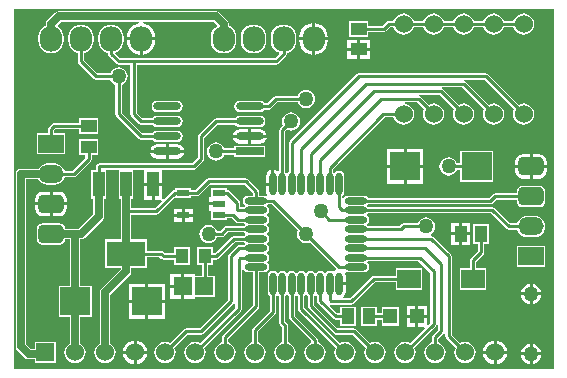
<source format=gtl>
G04 Layer_Physical_Order=1*
G04 Layer_Color=25308*
%FSLAX25Y25*%
%MOIN*%
G70*
G01*
G75*
%ADD10R,0.07874X0.06299*%
%ADD11O,0.02362X0.07677*%
%ADD12O,0.07677X0.02362*%
%ADD13R,0.04331X0.02362*%
%ADD14R,0.12795X0.08465*%
%ADD15R,0.03937X0.08465*%
%ADD16O,0.09252X0.02756*%
%ADD17R,0.09252X0.02756*%
%ADD18R,0.04331X0.05512*%
%ADD19R,0.04528X0.05118*%
%ADD20R,0.05512X0.04331*%
%ADD21R,0.04200X0.05000*%
%ADD22R,0.06102X0.06102*%
%ADD23R,0.10039X0.09646*%
%ADD24C,0.01000*%
%ADD25C,0.02500*%
%ADD26O,0.07500X0.08500*%
%ADD27R,0.08500X0.06000*%
%ADD28O,0.08500X0.06000*%
G04:AMPARAMS|DCode=29|XSize=60mil|YSize=85mil|CornerRadius=15mil|HoleSize=0mil|Usage=FLASHONLY|Rotation=90.000|XOffset=0mil|YOffset=0mil|HoleType=Round|Shape=RoundedRectangle|*
%AMROUNDEDRECTD29*
21,1,0.06000,0.05500,0,0,90.0*
21,1,0.03000,0.08500,0,0,90.0*
1,1,0.03000,0.02750,0.01500*
1,1,0.03000,0.02750,-0.01500*
1,1,0.03000,-0.02750,-0.01500*
1,1,0.03000,-0.02750,0.01500*
%
%ADD29ROUNDEDRECTD29*%
%ADD30C,0.05000*%
%ADD31R,0.06000X0.06000*%
%ADD32C,0.06000*%
G36*
X180000Y119500D02*
Y-0D01*
X0D01*
X0Y0D01*
X-0Y0D01*
Y120000D01*
X180000D01*
X180000Y119500D01*
D02*
G37*
%LPC*%
G36*
X55858Y31551D02*
X52307D01*
Y28000D01*
X55858D01*
Y31551D01*
D02*
G37*
G36*
X158610Y48256D02*
X153280D01*
Y41744D01*
X154925D01*
Y39478D01*
X152409Y36961D01*
X152188Y36630D01*
X152110Y36240D01*
Y33650D01*
X148693D01*
Y26351D01*
X157567D01*
Y33650D01*
X154150D01*
Y35818D01*
X156666Y38334D01*
X156887Y38665D01*
X156965Y39055D01*
Y41744D01*
X158610D01*
Y48256D01*
D02*
G37*
G36*
X148555Y44500D02*
X145890D01*
Y41244D01*
X148555D01*
Y44500D01*
D02*
G37*
G36*
X177250Y41000D02*
X167750D01*
Y34000D01*
X177250D01*
Y41000D01*
D02*
G37*
G36*
X173000Y28464D02*
Y25500D01*
X175964D01*
X175910Y25914D01*
X175557Y26765D01*
X174996Y27496D01*
X174265Y28057D01*
X173414Y28410D01*
X173000Y28464D01*
D02*
G37*
G36*
X50429Y28323D02*
X44910D01*
Y23000D01*
X50429D01*
Y28323D01*
D02*
G37*
G36*
X43909D02*
X38390D01*
Y23000D01*
X43909D01*
Y28323D01*
D02*
G37*
G36*
X172000Y28464D02*
X171586Y28410D01*
X170735Y28057D01*
X170004Y27496D01*
X169443Y26765D01*
X169090Y25914D01*
X169036Y25500D01*
X172000D01*
Y28464D01*
D02*
G37*
G36*
X55858Y27000D02*
X52307D01*
Y23449D01*
X55858D01*
Y27000D01*
D02*
G37*
G36*
X152220Y44500D02*
X149555D01*
Y41244D01*
X152220D01*
Y44500D01*
D02*
G37*
G36*
X56100Y53481D02*
X53435D01*
Y51800D01*
X56100D01*
Y53481D01*
D02*
G37*
G36*
X17799Y54500D02*
X13000D01*
Y50951D01*
X15250D01*
X16226Y51145D01*
X17052Y51698D01*
X17605Y52525D01*
X17799Y53500D01*
Y54500D01*
D02*
G37*
G36*
X12000Y59049D02*
X9750D01*
X8775Y58855D01*
X7948Y58302D01*
X7395Y57476D01*
X7201Y56500D01*
Y55500D01*
X12000D01*
Y59049D01*
D02*
G37*
G36*
X59765Y53481D02*
X57100D01*
Y51800D01*
X59765D01*
Y53481D01*
D02*
G37*
G36*
X12000Y54500D02*
X7201D01*
Y53500D01*
X7395Y52525D01*
X7948Y51698D01*
X8775Y51145D01*
X9750Y50951D01*
X12000D01*
Y54500D01*
D02*
G37*
G36*
X152220Y48756D02*
X149555D01*
Y45500D01*
X152220D01*
Y48756D01*
D02*
G37*
G36*
X148555D02*
X145890D01*
Y45500D01*
X148555D01*
Y48756D01*
D02*
G37*
G36*
X59765Y50800D02*
X57100D01*
Y49119D01*
X59765D01*
Y50800D01*
D02*
G37*
G36*
X56100D02*
X53435D01*
Y49119D01*
X56100D01*
Y50800D01*
D02*
G37*
G36*
X175964Y24500D02*
X173000D01*
Y21536D01*
X173414Y21590D01*
X174265Y21943D01*
X174996Y22504D01*
X175557Y23235D01*
X175910Y24086D01*
X175964Y24500D01*
D02*
G37*
G36*
X172000Y8464D02*
X171586Y8410D01*
X170735Y8057D01*
X170004Y7496D01*
X169443Y6765D01*
X169090Y5914D01*
X169036Y5500D01*
X172000D01*
Y8464D01*
D02*
G37*
G36*
X175964Y4500D02*
X173000D01*
Y1536D01*
X173414Y1590D01*
X174265Y1943D01*
X174996Y2504D01*
X175557Y3235D01*
X175910Y4086D01*
X175964Y4500D01*
D02*
G37*
G36*
X40000Y9469D02*
X39456Y9397D01*
X38483Y8994D01*
X37647Y8353D01*
X37006Y7517D01*
X36603Y6544D01*
X36531Y6000D01*
X40000D01*
Y9469D01*
D02*
G37*
G36*
X173000Y8464D02*
Y5500D01*
X175964D01*
X175910Y5914D01*
X175557Y6765D01*
X174996Y7496D01*
X174265Y8057D01*
X173414Y8410D01*
X173000Y8464D01*
D02*
G37*
G36*
X172000Y4500D02*
X169036D01*
X169090Y4086D01*
X169443Y3235D01*
X170004Y2504D01*
X170735Y1943D01*
X171586Y1590D01*
X172000Y1536D01*
Y4500D01*
D02*
G37*
G36*
X44469Y5000D02*
X41000D01*
Y1531D01*
X41544Y1603D01*
X42517Y2006D01*
X43353Y2647D01*
X43994Y3483D01*
X44397Y4456D01*
X44469Y5000D01*
D02*
G37*
G36*
X40000D02*
X36531D01*
X36603Y4456D01*
X37006Y3483D01*
X37647Y2647D01*
X38483Y2006D01*
X39456Y1603D01*
X40000Y1531D01*
Y5000D01*
D02*
G37*
G36*
X164469D02*
X161000D01*
Y1531D01*
X161544Y1603D01*
X162517Y2006D01*
X163353Y2647D01*
X163994Y3483D01*
X164397Y4456D01*
X164469Y5000D01*
D02*
G37*
G36*
X160000D02*
X156531D01*
X156603Y4456D01*
X157006Y3483D01*
X157647Y2647D01*
X158483Y2006D01*
X159456Y1603D01*
X160000Y1531D01*
Y5000D01*
D02*
G37*
G36*
X41000Y9469D02*
Y6000D01*
X44469D01*
X44397Y6544D01*
X43994Y7517D01*
X43353Y8353D01*
X42517Y8994D01*
X41544Y9397D01*
X41000Y9469D01*
D02*
G37*
G36*
X133929Y21059D02*
X131165D01*
Y18000D01*
X133929D01*
Y21059D01*
D02*
G37*
G36*
X50429Y22000D02*
X44910D01*
Y16677D01*
X50429D01*
Y22000D01*
D02*
G37*
G36*
X172000Y24500D02*
X169036D01*
X169090Y24086D01*
X169443Y23235D01*
X170004Y22504D01*
X170735Y21943D01*
X171586Y21590D01*
X172000Y21536D01*
Y24500D01*
D02*
G37*
G36*
X137693Y21059D02*
X134929D01*
Y18000D01*
X137693D01*
Y21059D01*
D02*
G37*
G36*
X43909Y22000D02*
X38390D01*
Y16677D01*
X43909D01*
Y22000D01*
D02*
G37*
G36*
X161000Y9469D02*
Y6000D01*
X164469D01*
X164397Y6544D01*
X163994Y7517D01*
X163353Y8353D01*
X162517Y8994D01*
X161544Y9397D01*
X161000Y9469D01*
D02*
G37*
G36*
X160000D02*
X159456Y9397D01*
X158483Y8994D01*
X157647Y8353D01*
X157006Y7517D01*
X156603Y6544D01*
X156531Y6000D01*
X160000D01*
Y9469D01*
D02*
G37*
G36*
X121110Y20756D02*
X115780D01*
Y14244D01*
X121110D01*
Y16480D01*
X122807D01*
Y14441D01*
X128335D01*
Y20559D01*
X122807D01*
Y18520D01*
X121110D01*
Y20756D01*
D02*
G37*
G36*
X133929Y17000D02*
X131165D01*
Y13941D01*
X133929D01*
Y17000D01*
D02*
G37*
G36*
X15250Y59049D02*
X13000D01*
Y55500D01*
X17799D01*
Y56500D01*
X17605Y57476D01*
X17052Y58302D01*
X16226Y58855D01*
X15250Y59049D01*
D02*
G37*
G36*
X114500Y106055D02*
X111244D01*
Y103390D01*
X114500D01*
Y106055D01*
D02*
G37*
G36*
X97500Y93026D02*
X96717Y92923D01*
X95987Y92621D01*
X95360Y92140D01*
X94880Y91513D01*
X94675Y91020D01*
X87500D01*
X87110Y90942D01*
X86779Y90721D01*
X84578Y88520D01*
X83605D01*
X83381Y88854D01*
X82760Y89269D01*
X82028Y89415D01*
X75532D01*
X74799Y89269D01*
X74178Y88854D01*
X73763Y88233D01*
X73617Y87500D01*
X73763Y86767D01*
X74178Y86146D01*
X74799Y85731D01*
X75532Y85585D01*
X82028D01*
X82760Y85731D01*
X83381Y86146D01*
X83605Y86480D01*
X85000D01*
X85390Y86558D01*
X85721Y86779D01*
X87922Y88981D01*
X94675D01*
X94880Y88487D01*
X95360Y87860D01*
X95987Y87379D01*
X96717Y87077D01*
X97500Y86974D01*
X98283Y87077D01*
X99013Y87379D01*
X99640Y87860D01*
X100121Y88487D01*
X100423Y89217D01*
X100526Y90000D01*
X100423Y90783D01*
X100121Y91513D01*
X99640Y92140D01*
X99013Y92621D01*
X98283Y92923D01*
X97500Y93026D01*
D02*
G37*
G36*
X118756Y106055D02*
X115500D01*
Y103390D01*
X118756D01*
Y106055D01*
D02*
G37*
G36*
X42000Y109500D02*
X37709D01*
X37872Y108260D01*
X38351Y107105D01*
X39112Y106112D01*
X40105Y105351D01*
X41260Y104872D01*
X42000Y104775D01*
Y109500D01*
D02*
G37*
G36*
X90000Y114787D02*
X88891Y114641D01*
X87857Y114212D01*
X86969Y113531D01*
X86288Y112643D01*
X85859Y111609D01*
X85713Y110500D01*
Y109500D01*
X85859Y108391D01*
X86288Y107357D01*
X86969Y106469D01*
X87857Y105788D01*
X88410Y105559D01*
X88527Y104969D01*
X87078Y103520D01*
X35422D01*
X33973Y104969D01*
X34091Y105559D01*
X34643Y105788D01*
X35531Y106469D01*
X36212Y107357D01*
X36641Y108391D01*
X36787Y109500D01*
Y110500D01*
X36641Y111609D01*
X36212Y112643D01*
X35531Y113531D01*
X34643Y114212D01*
X33610Y114641D01*
X32500Y114787D01*
X31391Y114641D01*
X30357Y114212D01*
X29469Y113531D01*
X28788Y112643D01*
X28359Y111609D01*
X28213Y110500D01*
Y109500D01*
X28359Y108391D01*
X28788Y107357D01*
X29469Y106469D01*
X30357Y105788D01*
X31391Y105359D01*
X31481Y105348D01*
Y105000D01*
X31558Y104610D01*
X31779Y104279D01*
X34279Y101779D01*
X34610Y101558D01*
X35000Y101480D01*
X38980D01*
Y85000D01*
X39058Y84610D01*
X39279Y84279D01*
X41779Y81779D01*
X42110Y81558D01*
X42500Y81480D01*
X46395D01*
X46619Y81146D01*
X47240Y80731D01*
X47973Y80585D01*
X54469D01*
X55201Y80731D01*
X55822Y81146D01*
X56238Y81767D01*
X56383Y82500D01*
X56238Y83233D01*
X55822Y83854D01*
X55201Y84269D01*
X54469Y84415D01*
X47973D01*
X47240Y84269D01*
X46619Y83854D01*
X46395Y83520D01*
X42922D01*
X41020Y85422D01*
Y101480D01*
X87500D01*
X87890Y101558D01*
X88221Y101779D01*
X90721Y104279D01*
X90942Y104610D01*
X91020Y105000D01*
Y105348D01*
X91110Y105359D01*
X92143Y105788D01*
X93031Y106469D01*
X93712Y107357D01*
X94141Y108391D01*
X94287Y109500D01*
Y110500D01*
X94141Y111609D01*
X93712Y112643D01*
X93031Y113531D01*
X92143Y114212D01*
X91110Y114641D01*
X90000Y114787D01*
D02*
G37*
G36*
X82028Y79925D02*
X79280D01*
Y78000D01*
X84353D01*
X84268Y78428D01*
X83742Y79215D01*
X82955Y79740D01*
X82028Y79925D01*
D02*
G37*
G36*
X78280D02*
X75532D01*
X74604Y79740D01*
X73817Y79215D01*
X73292Y78428D01*
X73207Y78000D01*
X78280D01*
Y79925D01*
D02*
G37*
G36*
X28256Y83610D02*
X21744D01*
Y81964D01*
X13445D01*
X13055Y81887D01*
X12724Y81666D01*
X11779Y80721D01*
X11558Y80390D01*
X11480Y80000D01*
Y78500D01*
X7750D01*
Y71500D01*
X17250D01*
Y78500D01*
X13520D01*
Y79578D01*
X13867Y79925D01*
X21744D01*
Y78280D01*
X28256D01*
Y83610D01*
D02*
G37*
G36*
X54469Y89415D02*
X47973D01*
X47240Y89269D01*
X46619Y88854D01*
X46204Y88233D01*
X46058Y87500D01*
X46204Y86767D01*
X46619Y86146D01*
X47240Y85731D01*
X47973Y85585D01*
X54469D01*
X55201Y85731D01*
X55822Y86146D01*
X56238Y86767D01*
X56383Y87500D01*
X56238Y88233D01*
X55822Y88854D01*
X55201Y89269D01*
X54469Y89415D01*
D02*
G37*
G36*
X157500Y98520D02*
X115000D01*
X114610Y98442D01*
X114279Y98221D01*
X92055Y75997D01*
X91834Y75666D01*
X91756Y75276D01*
Y65632D01*
X91564Y65503D01*
X91495Y65401D01*
X90987Y65370D01*
X90646Y65708D01*
Y79204D01*
X91224Y79782D01*
X91717Y79577D01*
X92500Y79474D01*
X93283Y79577D01*
X94013Y79879D01*
X94640Y80360D01*
X95121Y80987D01*
X95423Y81717D01*
X95526Y82500D01*
X95423Y83283D01*
X95121Y84013D01*
X94640Y84640D01*
X94013Y85121D01*
X93283Y85423D01*
X92500Y85526D01*
X91717Y85423D01*
X90987Y85121D01*
X90360Y84640D01*
X89880Y84013D01*
X89577Y83283D01*
X89474Y82500D01*
X89577Y81717D01*
X89782Y81223D01*
X88905Y80347D01*
X88684Y80016D01*
X88606Y79626D01*
Y65930D01*
X88161Y65794D01*
X88074Y65826D01*
X88049Y65864D01*
X87327Y66346D01*
X86976Y66416D01*
Y61634D01*
X86476D01*
Y61134D01*
X84253D01*
Y58976D01*
X84422Y58125D01*
X84517Y57983D01*
X84213Y57645D01*
X84165Y57610D01*
X83524Y57738D01*
X81886D01*
Y59134D01*
X81808Y59524D01*
X81587Y59855D01*
X78221Y63221D01*
X77890Y63442D01*
X77500Y63520D01*
X65000D01*
X64610Y63442D01*
X64279Y63221D01*
X60778Y59720D01*
X59265D01*
Y60381D01*
X53935D01*
Y59720D01*
X53700D01*
X53310Y59642D01*
X52979Y59421D01*
X50024Y56466D01*
X49524Y56673D01*
Y61036D01*
X47055D01*
Y56303D01*
X49154D01*
X49361Y55803D01*
X47078Y53520D01*
X39284D01*
Y56803D01*
X39968D01*
Y65980D01*
X39969Y66268D01*
X40380Y66480D01*
X40380Y66480D01*
X43587D01*
Y62036D01*
X49524D01*
Y66480D01*
X60000D01*
X60390Y66558D01*
X60721Y66779D01*
X63221Y69279D01*
X63442Y69610D01*
X63520Y70000D01*
Y77078D01*
X67922Y81480D01*
X73954D01*
X74178Y81146D01*
X74799Y80731D01*
X75532Y80585D01*
X82028D01*
X82760Y80731D01*
X83381Y81146D01*
X83797Y81767D01*
X83942Y82500D01*
X83797Y83233D01*
X83381Y83854D01*
X82760Y84269D01*
X82028Y84415D01*
X75532D01*
X74799Y84269D01*
X74178Y83854D01*
X73954Y83520D01*
X67500D01*
X67110Y83442D01*
X66779Y83221D01*
X61779Y78221D01*
X61558Y77890D01*
X61480Y77500D01*
Y70422D01*
X59578Y68520D01*
X28445D01*
X28055Y68442D01*
X27724Y68221D01*
X27503Y67890D01*
X27425Y67500D01*
Y66268D01*
X25976D01*
Y56803D01*
X26661D01*
Y51684D01*
X21761Y46784D01*
X17233D01*
X17134Y47280D01*
X16692Y47942D01*
X16030Y48384D01*
X15250Y48539D01*
X9750D01*
X8970Y48384D01*
X8308Y47942D01*
X7866Y47280D01*
X7711Y46500D01*
Y43500D01*
X7866Y42720D01*
X8308Y42058D01*
X8970Y41616D01*
X9750Y41461D01*
X15250D01*
X16030Y41616D01*
X16692Y42058D01*
X17134Y42720D01*
X17233Y43216D01*
X18716D01*
Y27823D01*
X15071D01*
Y17177D01*
X18716D01*
Y8543D01*
X18004Y7996D01*
X17443Y7265D01*
X17090Y6414D01*
X16970Y5500D01*
X17090Y4586D01*
X17443Y3735D01*
X18004Y3004D01*
X18735Y2443D01*
X19586Y2090D01*
X20500Y1970D01*
X21414Y2090D01*
X22265Y2443D01*
X22996Y3004D01*
X23557Y3735D01*
X23910Y4586D01*
X24030Y5500D01*
X23910Y6414D01*
X23557Y7265D01*
X22996Y7996D01*
X22284Y8543D01*
Y17177D01*
X26110D01*
Y27823D01*
X22284D01*
Y43216D01*
X22500D01*
X23183Y43352D01*
X23762Y43738D01*
X29707Y49683D01*
X30093Y50262D01*
X30229Y50945D01*
X30229Y50945D01*
Y56803D01*
X30913D01*
Y66268D01*
X31325Y66480D01*
X34620D01*
X35032Y66268D01*
X35032Y65980D01*
Y56803D01*
X35716D01*
Y52500D01*
Y43197D01*
X30602D01*
Y33732D01*
X35699D01*
X35709Y33232D01*
X29238Y26762D01*
X28852Y26183D01*
X28716Y25500D01*
Y8543D01*
X28004Y7996D01*
X27443Y7265D01*
X27090Y6414D01*
X26970Y5500D01*
X27090Y4586D01*
X27443Y3735D01*
X28004Y3004D01*
X28735Y2443D01*
X29586Y2090D01*
X30500Y1970D01*
X31414Y2090D01*
X32265Y2443D01*
X32996Y3004D01*
X33557Y3735D01*
X33910Y4586D01*
X34030Y5500D01*
X33910Y6414D01*
X33557Y7265D01*
X32996Y7996D01*
X32284Y8543D01*
Y24761D01*
X38762Y31238D01*
X38762Y31238D01*
X39149Y31817D01*
X39284Y32500D01*
Y33732D01*
X44398D01*
Y37445D01*
X48613D01*
X49279Y36779D01*
X49610Y36558D01*
X50000Y36481D01*
X53573D01*
Y34500D01*
X58773D01*
Y40500D01*
X53573D01*
Y38520D01*
X50422D01*
X49757Y39186D01*
X49426Y39407D01*
X49036Y39484D01*
X44398D01*
Y43197D01*
X39284D01*
Y51481D01*
X47500D01*
X47890Y51558D01*
X48221Y51779D01*
X53466Y57024D01*
X53935Y57019D01*
Y57019D01*
X53935Y57019D01*
X59265D01*
Y57680D01*
X61200D01*
X61590Y57758D01*
X61921Y57979D01*
X65422Y61480D01*
X77078D01*
X79847Y58712D01*
Y57738D01*
X78209D01*
X77553Y57607D01*
X76997Y57236D01*
X76625Y56680D01*
X76495Y56024D01*
X76625Y55368D01*
X76997Y54812D01*
X77099Y54743D01*
X77130Y54235D01*
X76792Y53894D01*
X75646D01*
Y55374D01*
X75568Y55764D01*
X75347Y56095D01*
X72021Y59421D01*
X71690Y59642D01*
X71300Y59720D01*
X71065D01*
Y60381D01*
X65735D01*
Y57181D01*
X65235D01*
Y55500D01*
X68400D01*
Y54500D01*
X65235D01*
Y52819D01*
X65735D01*
Y49619D01*
X71065D01*
Y50280D01*
X72727D01*
X74003Y49003D01*
X74334Y48783D01*
X74725Y48705D01*
X76868D01*
X76997Y48513D01*
X77099Y48444D01*
X77130Y47936D01*
X76792Y47594D01*
X70925D01*
X70535Y47517D01*
X70204Y47296D01*
X68928Y46020D01*
X67825D01*
X67621Y46513D01*
X67140Y47140D01*
X66513Y47620D01*
X65783Y47923D01*
X65000Y48026D01*
X64217Y47923D01*
X63487Y47620D01*
X62860Y47140D01*
X62379Y46513D01*
X62077Y45783D01*
X61974Y45000D01*
X62077Y44217D01*
X62379Y43487D01*
X62860Y42860D01*
X63487Y42380D01*
X64217Y42077D01*
X65000Y41974D01*
X65783Y42077D01*
X66513Y42380D01*
X67140Y42860D01*
X67621Y43487D01*
X67825Y43981D01*
X69350D01*
X69741Y44058D01*
X70071Y44279D01*
X71348Y45555D01*
X76868D01*
X76997Y45363D01*
X77099Y45295D01*
X77130Y44786D01*
X76792Y44445D01*
X73425D01*
X73035Y44367D01*
X72704Y44146D01*
X67078Y38520D01*
X66427D01*
Y40500D01*
X61227D01*
Y34500D01*
X62807D01*
Y31051D01*
X60409D01*
Y31551D01*
X56858D01*
Y27500D01*
Y23449D01*
X60409D01*
Y23949D01*
X67193D01*
Y31051D01*
X64846D01*
Y34500D01*
X66427D01*
Y36481D01*
X67500D01*
X67890Y36558D01*
X68221Y36779D01*
X73848Y42406D01*
X76868D01*
X76997Y42213D01*
X77099Y42145D01*
X77130Y41636D01*
X76792Y41295D01*
X75276D01*
X74885Y41218D01*
X74555Y40997D01*
X71779Y38221D01*
X71558Y37890D01*
X71481Y37500D01*
Y22922D01*
X62078Y13520D01*
X57500D01*
X57110Y13442D01*
X56779Y13221D01*
X52159Y8601D01*
X51414Y8910D01*
X50500Y9030D01*
X49586Y8910D01*
X48735Y8557D01*
X48004Y7996D01*
X47443Y7265D01*
X47090Y6414D01*
X46970Y5500D01*
X47090Y4586D01*
X47443Y3735D01*
X48004Y3004D01*
X48735Y2443D01*
X49586Y2090D01*
X50500Y1970D01*
X51414Y2090D01*
X52265Y2443D01*
X52996Y3004D01*
X53557Y3735D01*
X53910Y4586D01*
X54030Y5500D01*
X53910Y6414D01*
X53601Y7159D01*
X57922Y11480D01*
X62500D01*
X62890Y11558D01*
X63221Y11779D01*
X73221Y21779D01*
X73442Y22110D01*
X73480Y22303D01*
X73980Y22254D01*
Y20422D01*
X62159Y8601D01*
X61414Y8910D01*
X60500Y9030D01*
X59586Y8910D01*
X58735Y8557D01*
X58004Y7996D01*
X57443Y7265D01*
X57090Y6414D01*
X56970Y5500D01*
X57090Y4586D01*
X57443Y3735D01*
X58004Y3004D01*
X58735Y2443D01*
X59586Y2090D01*
X60500Y1970D01*
X61414Y2090D01*
X62265Y2443D01*
X62996Y3004D01*
X63557Y3735D01*
X63910Y4586D01*
X64030Y5500D01*
X63910Y6414D01*
X63601Y7159D01*
X75721Y19279D01*
X75942Y19610D01*
X76020Y20000D01*
Y33649D01*
X76040Y33674D01*
X76044Y33679D01*
X76459Y33642D01*
X76570Y33598D01*
X76625Y33321D01*
X76997Y32764D01*
X77553Y32393D01*
X78209Y32262D01*
X79847D01*
Y21289D01*
X69779Y11221D01*
X69558Y10890D01*
X69481Y10500D01*
Y8866D01*
X68735Y8557D01*
X68004Y7996D01*
X67443Y7265D01*
X67090Y6414D01*
X66970Y5500D01*
X67090Y4586D01*
X67443Y3735D01*
X68004Y3004D01*
X68735Y2443D01*
X69586Y2090D01*
X70500Y1970D01*
X71414Y2090D01*
X72265Y2443D01*
X72996Y3004D01*
X73557Y3735D01*
X73910Y4586D01*
X74030Y5500D01*
X73910Y6414D01*
X73557Y7265D01*
X72996Y7996D01*
X72265Y8557D01*
X71520Y8866D01*
Y10078D01*
X81587Y20145D01*
X81808Y20476D01*
X81886Y20866D01*
Y32262D01*
X83524D01*
X84180Y32393D01*
X84736Y32764D01*
X85107Y33321D01*
X85238Y33976D01*
X85107Y34632D01*
X84736Y35188D01*
X84567Y35301D01*
Y35801D01*
X84736Y35914D01*
X85107Y36470D01*
X85238Y37126D01*
X85107Y37782D01*
X84736Y38338D01*
X84567Y38451D01*
Y38951D01*
X84736Y39064D01*
X85107Y39620D01*
X85238Y40276D01*
X85107Y40932D01*
X84736Y41488D01*
X84567Y41600D01*
Y42101D01*
X84736Y42213D01*
X85107Y42769D01*
X85238Y43425D01*
X85107Y44081D01*
X84736Y44637D01*
X84567Y44750D01*
Y45250D01*
X84736Y45363D01*
X85107Y45919D01*
X85238Y46575D01*
X85107Y47231D01*
X84736Y47787D01*
X84567Y47900D01*
Y48400D01*
X84736Y48513D01*
X85107Y49068D01*
X85238Y49725D01*
X85107Y50380D01*
X84736Y50937D01*
X84567Y51049D01*
Y51549D01*
X84736Y51662D01*
X85107Y52218D01*
X85238Y52874D01*
X85107Y53530D01*
X84736Y54086D01*
X84634Y54154D01*
X84602Y54663D01*
X84940Y55004D01*
X86054D01*
X94782Y46277D01*
X94577Y45783D01*
X94474Y45000D01*
X94577Y44217D01*
X94880Y43487D01*
X95360Y42860D01*
X95987Y42380D01*
X96717Y42077D01*
X97500Y41974D01*
X98283Y42077D01*
X98777Y42282D01*
X107524Y33534D01*
X107533Y33505D01*
X107433Y32918D01*
X106951Y32596D01*
X106926Y32558D01*
X106256Y32456D01*
X106030Y32607D01*
X105374Y32738D01*
X104718Y32607D01*
X104162Y32236D01*
X104049Y32067D01*
X103549D01*
X103437Y32236D01*
X102880Y32607D01*
X102225Y32738D01*
X101568Y32607D01*
X101013Y32236D01*
X100900Y32067D01*
X100400D01*
X100287Y32236D01*
X99731Y32607D01*
X99075Y32738D01*
X98419Y32607D01*
X97863Y32236D01*
X97750Y32067D01*
X97250D01*
X97137Y32236D01*
X96581Y32607D01*
X95925Y32738D01*
X95269Y32607D01*
X94713Y32236D01*
X94600Y32067D01*
X94100D01*
X93988Y32236D01*
X93432Y32607D01*
X92776Y32738D01*
X92120Y32607D01*
X91564Y32236D01*
X91451Y32067D01*
X90951D01*
X90838Y32236D01*
X90282Y32607D01*
X89626Y32738D01*
X88970Y32607D01*
X88414Y32236D01*
X88301Y32067D01*
X87801D01*
X87688Y32236D01*
X87132Y32607D01*
X86476Y32738D01*
X85821Y32607D01*
X85264Y32236D01*
X84893Y31680D01*
X84762Y31024D01*
Y25709D01*
X84893Y25053D01*
X85264Y24497D01*
X85457Y24368D01*
Y19399D01*
X79779Y13721D01*
X79558Y13390D01*
X79480Y13000D01*
Y8866D01*
X78735Y8557D01*
X78004Y7996D01*
X77443Y7265D01*
X77090Y6414D01*
X76970Y5500D01*
X77090Y4586D01*
X77443Y3735D01*
X78004Y3004D01*
X78735Y2443D01*
X79586Y2090D01*
X80500Y1970D01*
X81414Y2090D01*
X82265Y2443D01*
X82996Y3004D01*
X83557Y3735D01*
X83910Y4586D01*
X84030Y5500D01*
X83910Y6414D01*
X83557Y7265D01*
X82996Y7996D01*
X82265Y8557D01*
X81520Y8866D01*
Y12578D01*
X87197Y18256D01*
X87418Y18586D01*
X87496Y18976D01*
Y24368D01*
X87688Y24497D01*
X87757Y24599D01*
X88265Y24630D01*
X88606Y24292D01*
Y15374D01*
X88684Y14984D01*
X88905Y14653D01*
X89481Y14078D01*
Y8866D01*
X88735Y8557D01*
X88004Y7996D01*
X87443Y7265D01*
X87090Y6414D01*
X86970Y5500D01*
X87090Y4586D01*
X87443Y3735D01*
X88004Y3004D01*
X88735Y2443D01*
X89586Y2090D01*
X90500Y1970D01*
X91414Y2090D01*
X92265Y2443D01*
X92996Y3004D01*
X93557Y3735D01*
X93910Y4586D01*
X94030Y5500D01*
X93910Y6414D01*
X93557Y7265D01*
X92996Y7996D01*
X92265Y8557D01*
X91520Y8866D01*
Y14500D01*
X91442Y14890D01*
X91221Y15221D01*
X90646Y15796D01*
Y24368D01*
X90838Y24497D01*
X90906Y24599D01*
X91415Y24630D01*
X91756Y24292D01*
Y17224D01*
X91834Y16834D01*
X92055Y16503D01*
X99247Y9311D01*
X99132Y8722D01*
X98735Y8557D01*
X98004Y7996D01*
X97443Y7265D01*
X97090Y6414D01*
X96970Y5500D01*
X97090Y4586D01*
X97443Y3735D01*
X98004Y3004D01*
X98735Y2443D01*
X99586Y2090D01*
X100500Y1970D01*
X101414Y2090D01*
X102265Y2443D01*
X102996Y3004D01*
X103557Y3735D01*
X103910Y4586D01*
X104030Y5500D01*
X103910Y6414D01*
X103557Y7265D01*
X102996Y7996D01*
X102265Y8557D01*
X101520Y8866D01*
Y9500D01*
X101442Y9890D01*
X101221Y10221D01*
X93795Y17647D01*
Y24368D01*
X93988Y24497D01*
X94056Y24599D01*
X94564Y24630D01*
X94906Y24292D01*
Y20075D01*
X94983Y19685D01*
X95204Y19354D01*
X107399Y7159D01*
X107090Y6414D01*
X106970Y5500D01*
X107090Y4586D01*
X107443Y3735D01*
X108004Y3004D01*
X108735Y2443D01*
X109586Y2090D01*
X110500Y1970D01*
X111414Y2090D01*
X112265Y2443D01*
X112996Y3004D01*
X113557Y3735D01*
X113910Y4586D01*
X114030Y5500D01*
X113910Y6414D01*
X113557Y7265D01*
X112996Y7996D01*
X112265Y8557D01*
X111414Y8910D01*
X110500Y9030D01*
X109586Y8910D01*
X108841Y8601D01*
X96945Y20497D01*
Y24368D01*
X97137Y24497D01*
X97206Y24599D01*
X97714Y24630D01*
X98055Y24292D01*
Y20925D01*
X98133Y20535D01*
X98354Y20204D01*
X106779Y11779D01*
X107110Y11558D01*
X107500Y11480D01*
X113078D01*
X117399Y7159D01*
X117090Y6414D01*
X116970Y5500D01*
X117090Y4586D01*
X117443Y3735D01*
X118004Y3004D01*
X118735Y2443D01*
X119586Y2090D01*
X120500Y1970D01*
X121414Y2090D01*
X122265Y2443D01*
X122996Y3004D01*
X123557Y3735D01*
X123910Y4586D01*
X124030Y5500D01*
X123910Y6414D01*
X123557Y7265D01*
X122996Y7996D01*
X122265Y8557D01*
X121414Y8910D01*
X120500Y9030D01*
X119586Y8910D01*
X118841Y8601D01*
X114221Y13221D01*
X113890Y13442D01*
X113500Y13520D01*
X107922D01*
X100094Y21348D01*
Y24368D01*
X100287Y24497D01*
X100355Y24599D01*
X100864Y24630D01*
X101205Y24292D01*
Y22776D01*
X101283Y22386D01*
X101504Y22055D01*
X106779Y16779D01*
X107110Y16558D01*
X107500Y16480D01*
X108890D01*
Y14244D01*
X114220D01*
Y20756D01*
X108890D01*
Y18520D01*
X107922D01*
X105403Y21039D01*
X105649Y21500D01*
X105748Y21481D01*
X112500D01*
X112890Y21558D01*
X113221Y21779D01*
X120422Y28980D01*
X127433D01*
Y26351D01*
X136307D01*
Y33650D01*
X127433D01*
Y31020D01*
X120000D01*
X119610Y30942D01*
X119279Y30721D01*
X112078Y23520D01*
X110073D01*
X109922Y24020D01*
X110096Y24136D01*
X110578Y24858D01*
X110748Y25709D01*
Y27866D01*
X108524D01*
Y28866D01*
X110748D01*
Y31024D01*
X110578Y31875D01*
X110483Y32017D01*
X110787Y32355D01*
X110835Y32390D01*
X111476Y32262D01*
X116791D01*
X117447Y32393D01*
X118003Y32764D01*
X118375Y33321D01*
X118505Y33976D01*
X118375Y34632D01*
X118003Y35188D01*
X117901Y35257D01*
X117870Y35765D01*
X118208Y36107D01*
X134952D01*
X138980Y32078D01*
Y15422D01*
X138155Y14597D01*
X137693Y14788D01*
Y17000D01*
X134929D01*
Y13941D01*
X136846D01*
X137037Y13479D01*
X132159Y8601D01*
X131414Y8910D01*
X130500Y9030D01*
X129586Y8910D01*
X128735Y8557D01*
X128004Y7996D01*
X127443Y7265D01*
X127090Y6414D01*
X126970Y5500D01*
X127090Y4586D01*
X127443Y3735D01*
X128004Y3004D01*
X128735Y2443D01*
X129586Y2090D01*
X130500Y1970D01*
X131414Y2090D01*
X132265Y2443D01*
X132996Y3004D01*
X133557Y3735D01*
X133910Y4586D01*
X134030Y5500D01*
X133910Y6414D01*
X133601Y7159D01*
X140721Y14279D01*
X140942Y14610D01*
X140981Y14803D01*
X141481Y14754D01*
Y12922D01*
X139779Y11221D01*
X139558Y10890D01*
X139480Y10500D01*
Y8866D01*
X138735Y8557D01*
X138004Y7996D01*
X137443Y7265D01*
X137090Y6414D01*
X136970Y5500D01*
X137090Y4586D01*
X137443Y3735D01*
X138004Y3004D01*
X138735Y2443D01*
X139586Y2090D01*
X140500Y1970D01*
X141414Y2090D01*
X142265Y2443D01*
X142996Y3004D01*
X143557Y3735D01*
X143910Y4586D01*
X144030Y5500D01*
X143910Y6414D01*
X143557Y7265D01*
X142996Y7996D01*
X142265Y8557D01*
X141520Y8866D01*
Y10078D01*
X143221Y11779D01*
X143442Y12110D01*
X143481Y12303D01*
X143981Y12254D01*
Y11000D01*
X144058Y10610D01*
X144279Y10279D01*
X147399Y7159D01*
X147090Y6414D01*
X146970Y5500D01*
X147090Y4586D01*
X147443Y3735D01*
X148004Y3004D01*
X148735Y2443D01*
X149586Y2090D01*
X150500Y1970D01*
X151414Y2090D01*
X152265Y2443D01*
X152996Y3004D01*
X153557Y3735D01*
X153910Y4586D01*
X154030Y5500D01*
X153910Y6414D01*
X153557Y7265D01*
X152996Y7996D01*
X152265Y8557D01*
X151414Y8910D01*
X150500Y9030D01*
X149586Y8910D01*
X148841Y8601D01*
X146020Y11422D01*
Y37500D01*
X145942Y37890D01*
X145721Y38221D01*
X139796Y44146D01*
X139465Y44367D01*
X139206Y44419D01*
X139090Y44695D01*
X139084Y44735D01*
X139090Y44939D01*
X139640Y45360D01*
X140121Y45987D01*
X140423Y46717D01*
X140526Y47500D01*
X140423Y48283D01*
X140121Y49013D01*
X139640Y49640D01*
X139013Y50121D01*
X138283Y50423D01*
X137500Y50526D01*
X136717Y50423D01*
X135987Y50121D01*
X135360Y49640D01*
X134880Y49013D01*
X134675Y48520D01*
X130000D01*
X129610Y48442D01*
X129279Y48221D01*
X128653Y47594D01*
X118132D01*
X118003Y47787D01*
X117835Y47900D01*
Y48400D01*
X118003Y48513D01*
X118375Y49068D01*
X118505Y49725D01*
X118375Y50380D01*
X118003Y50937D01*
X117901Y51005D01*
X117870Y51513D01*
X118208Y51854D01*
X159204D01*
X164279Y46779D01*
X164610Y46558D01*
X165000Y46481D01*
X167884D01*
X168193Y45735D01*
X168754Y45004D01*
X169485Y44443D01*
X170336Y44090D01*
X171250Y43970D01*
X173750D01*
X174664Y44090D01*
X175515Y44443D01*
X176246Y45004D01*
X176807Y45735D01*
X177160Y46586D01*
X177280Y47500D01*
X177160Y48414D01*
X176807Y49265D01*
X176246Y49996D01*
X175515Y50557D01*
X174664Y50910D01*
X173750Y51030D01*
X171250D01*
X170336Y50910D01*
X169485Y50557D01*
X168754Y49996D01*
X168193Y49265D01*
X167884Y48520D01*
X165422D01*
X160347Y53595D01*
X160016Y53816D01*
X159626Y53894D01*
X118132D01*
X118003Y54086D01*
X117901Y54154D01*
X117870Y54663D01*
X118208Y55004D01*
X158976D01*
X159367Y55082D01*
X159697Y55303D01*
X160875Y56480D01*
X167711D01*
Y56000D01*
X167866Y55220D01*
X168308Y54558D01*
X168970Y54116D01*
X169750Y53961D01*
X175250D01*
X176030Y54116D01*
X176692Y54558D01*
X177134Y55220D01*
X177289Y56000D01*
Y59000D01*
X177134Y59780D01*
X176692Y60442D01*
X176030Y60884D01*
X175250Y61039D01*
X169750D01*
X168970Y60884D01*
X168308Y60442D01*
X167866Y59780D01*
X167711Y59000D01*
Y58520D01*
X160453D01*
X160063Y58442D01*
X159732Y58221D01*
X158554Y57043D01*
X118132D01*
X118003Y57236D01*
X117447Y57607D01*
X116791Y57738D01*
X111476D01*
X110820Y57607D01*
X110264Y57236D01*
X110043Y56905D01*
X109543Y57056D01*
Y57636D01*
X109736Y57764D01*
X110107Y58320D01*
X110238Y58976D01*
Y64291D01*
X110107Y64947D01*
X109736Y65503D01*
X109180Y65875D01*
X108524Y66005D01*
X107868Y65875D01*
X107312Y65503D01*
X107243Y65401D01*
X106735Y65370D01*
X106394Y65708D01*
Y66704D01*
X123670Y83981D01*
X126634D01*
X126943Y83235D01*
X127504Y82504D01*
X128235Y81943D01*
X129086Y81590D01*
X130000Y81470D01*
X130914Y81590D01*
X131765Y81943D01*
X132496Y82504D01*
X133057Y83235D01*
X133410Y84086D01*
X133530Y85000D01*
X133410Y85914D01*
X133057Y86765D01*
X132496Y87496D01*
X131765Y88057D01*
X130914Y88410D01*
X130378Y88481D01*
X130411Y88981D01*
X134578D01*
X136899Y86659D01*
X136590Y85914D01*
X136470Y85000D01*
X136590Y84086D01*
X136943Y83235D01*
X137504Y82504D01*
X138235Y81943D01*
X139086Y81590D01*
X140000Y81470D01*
X140914Y81590D01*
X141765Y81943D01*
X142496Y82504D01*
X143057Y83235D01*
X143410Y84086D01*
X143530Y85000D01*
X143410Y85914D01*
X143057Y86765D01*
X142496Y87496D01*
X141765Y88057D01*
X140914Y88410D01*
X140000Y88530D01*
X139086Y88410D01*
X138341Y88101D01*
X135721Y90721D01*
X135390Y90942D01*
X135197Y90980D01*
X135246Y91480D01*
X142078D01*
X146899Y86659D01*
X146590Y85914D01*
X146470Y85000D01*
X146590Y84086D01*
X146943Y83235D01*
X147504Y82504D01*
X148235Y81943D01*
X149086Y81590D01*
X150000Y81470D01*
X150914Y81590D01*
X151765Y81943D01*
X152496Y82504D01*
X153057Y83235D01*
X153410Y84086D01*
X153530Y85000D01*
X153410Y85914D01*
X153057Y86765D01*
X152496Y87496D01*
X151765Y88057D01*
X150914Y88410D01*
X150000Y88530D01*
X149086Y88410D01*
X148341Y88101D01*
X143221Y93221D01*
X142890Y93442D01*
X142697Y93480D01*
X142746Y93980D01*
X149578D01*
X156899Y86659D01*
X156590Y85914D01*
X156470Y85000D01*
X156590Y84086D01*
X156943Y83235D01*
X157504Y82504D01*
X158235Y81943D01*
X159086Y81590D01*
X160000Y81470D01*
X160914Y81590D01*
X161765Y81943D01*
X162496Y82504D01*
X163057Y83235D01*
X163410Y84086D01*
X163530Y85000D01*
X163410Y85914D01*
X163057Y86765D01*
X162496Y87496D01*
X161765Y88057D01*
X160914Y88410D01*
X160000Y88530D01*
X159086Y88410D01*
X158341Y88101D01*
X150721Y95721D01*
X150390Y95942D01*
X150197Y95981D01*
X150246Y96481D01*
X157078D01*
X166899Y86659D01*
X166590Y85914D01*
X166470Y85000D01*
X166590Y84086D01*
X166943Y83235D01*
X167504Y82504D01*
X168235Y81943D01*
X169086Y81590D01*
X170000Y81470D01*
X170914Y81590D01*
X171765Y81943D01*
X172496Y82504D01*
X173057Y83235D01*
X173410Y84086D01*
X173530Y85000D01*
X173410Y85914D01*
X173057Y86765D01*
X172496Y87496D01*
X171765Y88057D01*
X170914Y88410D01*
X170000Y88530D01*
X169086Y88410D01*
X168341Y88101D01*
X158221Y98221D01*
X157890Y98442D01*
X157500Y98520D01*
D02*
G37*
G36*
X118756Y109721D02*
X115500D01*
Y107055D01*
X118756D01*
Y109721D01*
D02*
G37*
G36*
X114500D02*
X111244D01*
Y107055D01*
X114500D01*
Y109721D01*
D02*
G37*
G36*
X99500Y115225D02*
X98760Y115128D01*
X97605Y114649D01*
X96612Y113888D01*
X95851Y112896D01*
X95372Y111740D01*
X95209Y110500D01*
X99500D01*
Y115225D01*
D02*
G37*
G36*
X170000Y118530D02*
X169086Y118410D01*
X168235Y118057D01*
X167504Y117496D01*
X166943Y116765D01*
X166634Y116020D01*
X163366D01*
X163057Y116765D01*
X162496Y117496D01*
X161765Y118057D01*
X160914Y118410D01*
X160000Y118530D01*
X159086Y118410D01*
X158235Y118057D01*
X157504Y117496D01*
X156943Y116765D01*
X156634Y116020D01*
X153366D01*
X153057Y116765D01*
X152496Y117496D01*
X151765Y118057D01*
X150914Y118410D01*
X150000Y118530D01*
X149086Y118410D01*
X148235Y118057D01*
X147504Y117496D01*
X146943Y116765D01*
X146634Y116020D01*
X143366D01*
X143057Y116765D01*
X142496Y117496D01*
X141765Y118057D01*
X140914Y118410D01*
X140000Y118530D01*
X139086Y118410D01*
X138235Y118057D01*
X137504Y117496D01*
X136943Y116765D01*
X136634Y116020D01*
X133366D01*
X133057Y116765D01*
X132496Y117496D01*
X131765Y118057D01*
X130914Y118410D01*
X130000Y118530D01*
X129086Y118410D01*
X128235Y118057D01*
X127504Y117496D01*
X126943Y116765D01*
X126634Y116020D01*
X125000D01*
X124610Y115942D01*
X124279Y115721D01*
X123023Y114464D01*
X118256D01*
Y116110D01*
X111744D01*
Y110780D01*
X118256D01*
Y112425D01*
X123445D01*
X123835Y112503D01*
X124166Y112724D01*
X125422Y113980D01*
X126634D01*
X126943Y113235D01*
X127504Y112504D01*
X128235Y111943D01*
X129086Y111590D01*
X130000Y111470D01*
X130914Y111590D01*
X131765Y111943D01*
X132496Y112504D01*
X133057Y113235D01*
X133366Y113980D01*
X136634D01*
X136943Y113235D01*
X137504Y112504D01*
X138235Y111943D01*
X139086Y111590D01*
X140000Y111470D01*
X140914Y111590D01*
X141765Y111943D01*
X142496Y112504D01*
X143057Y113235D01*
X143366Y113980D01*
X146634D01*
X146943Y113235D01*
X147504Y112504D01*
X148235Y111943D01*
X149086Y111590D01*
X150000Y111470D01*
X150914Y111590D01*
X151765Y111943D01*
X152496Y112504D01*
X153057Y113235D01*
X153366Y113980D01*
X156634D01*
X156943Y113235D01*
X157504Y112504D01*
X158235Y111943D01*
X159086Y111590D01*
X160000Y111470D01*
X160914Y111590D01*
X161765Y111943D01*
X162496Y112504D01*
X163057Y113235D01*
X163366Y113980D01*
X166634D01*
X166943Y113235D01*
X167504Y112504D01*
X168235Y111943D01*
X169086Y111590D01*
X170000Y111470D01*
X170914Y111590D01*
X171765Y111943D01*
X172496Y112504D01*
X173057Y113235D01*
X173410Y114086D01*
X173530Y115000D01*
X173410Y115914D01*
X173057Y116765D01*
X172496Y117496D01*
X171765Y118057D01*
X170914Y118410D01*
X170000Y118530D01*
D02*
G37*
G36*
X100500Y115225D02*
Y110500D01*
X104791D01*
X104628Y111740D01*
X104149Y112896D01*
X103388Y113888D01*
X102396Y114649D01*
X101240Y115128D01*
X100500Y115225D01*
D02*
G37*
G36*
X99500Y109500D02*
X95209D01*
X95372Y108260D01*
X95851Y107105D01*
X96612Y106112D01*
X97605Y105351D01*
X98760Y104872D01*
X99500Y104775D01*
Y109500D01*
D02*
G37*
G36*
X47291D02*
X43000D01*
Y104775D01*
X43740Y104872D01*
X44895Y105351D01*
X45888Y106112D01*
X46649Y107105D01*
X47128Y108260D01*
X47291Y109500D01*
D02*
G37*
G36*
X104791D02*
X100500D01*
Y104775D01*
X101240Y104872D01*
X102396Y105351D01*
X103388Y106112D01*
X104149Y107105D01*
X104628Y108260D01*
X104791Y109500D01*
D02*
G37*
G36*
X80000Y114787D02*
X78891Y114641D01*
X77857Y114212D01*
X76969Y113531D01*
X76288Y112643D01*
X75859Y111609D01*
X75713Y110500D01*
Y109500D01*
X75859Y108391D01*
X76288Y107357D01*
X76969Y106469D01*
X77857Y105788D01*
X78891Y105359D01*
X80000Y105213D01*
X81109Y105359D01*
X82143Y105788D01*
X83031Y106469D01*
X83712Y107357D01*
X84141Y108391D01*
X84287Y109500D01*
Y110500D01*
X84141Y111609D01*
X83712Y112643D01*
X83031Y113531D01*
X82143Y114212D01*
X81109Y114641D01*
X80000Y114787D01*
D02*
G37*
G36*
X67500Y119284D02*
X15000D01*
X14317Y119149D01*
X13738Y118762D01*
X13738Y118762D01*
X11238Y116262D01*
X10852Y115683D01*
X10716Y115000D01*
Y114361D01*
X10357Y114212D01*
X9469Y113531D01*
X8788Y112643D01*
X8359Y111609D01*
X8213Y110500D01*
Y109500D01*
X8359Y108391D01*
X8788Y107357D01*
X9469Y106469D01*
X10357Y105788D01*
X11391Y105359D01*
X12500Y105213D01*
X13610Y105359D01*
X14643Y105788D01*
X15531Y106469D01*
X16212Y107357D01*
X16641Y108391D01*
X16787Y109500D01*
Y110500D01*
X16641Y111609D01*
X16212Y112643D01*
X15531Y113531D01*
X14813Y114082D01*
X14699Y114676D01*
X15739Y115716D01*
X41895D01*
X41928Y115216D01*
X41260Y115128D01*
X40105Y114649D01*
X39112Y113888D01*
X38351Y112896D01*
X37872Y111740D01*
X37709Y110500D01*
X47291D01*
X47128Y111740D01*
X46649Y112896D01*
X45888Y113888D01*
X44895Y114649D01*
X43740Y115128D01*
X43072Y115216D01*
X43105Y115716D01*
X66761D01*
X67801Y114676D01*
X67687Y114082D01*
X66969Y113531D01*
X66288Y112643D01*
X65859Y111609D01*
X65713Y110500D01*
Y109500D01*
X65859Y108391D01*
X66288Y107357D01*
X66969Y106469D01*
X67857Y105788D01*
X68891Y105359D01*
X70000Y105213D01*
X71109Y105359D01*
X72143Y105788D01*
X73031Y106469D01*
X73712Y107357D01*
X74141Y108391D01*
X74287Y109500D01*
Y110500D01*
X74141Y111609D01*
X73712Y112643D01*
X73031Y113531D01*
X72143Y114212D01*
X71784Y114361D01*
Y115000D01*
X71649Y115683D01*
X71262Y116262D01*
X71262Y116262D01*
X68762Y118762D01*
X68183Y119149D01*
X67500Y119284D01*
D02*
G37*
G36*
X28256Y76720D02*
X21744D01*
Y71390D01*
X23980D01*
Y70422D01*
X19578Y66020D01*
X17116D01*
X16807Y66765D01*
X16246Y67496D01*
X15515Y68057D01*
X14664Y68410D01*
X13750Y68530D01*
X11250D01*
X10336Y68410D01*
X9485Y68057D01*
X8754Y67496D01*
X8207Y66784D01*
X2500D01*
X1817Y66649D01*
X1238Y66262D01*
X852Y65683D01*
X716Y65000D01*
Y7500D01*
X852Y6817D01*
X1238Y6238D01*
X3738Y3738D01*
X3738Y3738D01*
X4317Y3352D01*
X5000Y3216D01*
X7000D01*
Y2000D01*
X14000D01*
Y9000D01*
X7000D01*
Y6784D01*
X5739D01*
X4284Y8239D01*
Y63216D01*
X8207D01*
X8754Y62504D01*
X9485Y61943D01*
X10336Y61590D01*
X11250Y61470D01*
X13750D01*
X14664Y61590D01*
X15515Y61943D01*
X16246Y62504D01*
X16807Y63235D01*
X17116Y63981D01*
X20000D01*
X20390Y64058D01*
X20721Y64279D01*
X25721Y69279D01*
X25942Y69610D01*
X26020Y70000D01*
Y71390D01*
X28256D01*
Y76720D01*
D02*
G37*
G36*
X177799Y67000D02*
X173000D01*
Y63451D01*
X175250D01*
X176225Y63645D01*
X177052Y64198D01*
X177605Y65025D01*
X177799Y66000D01*
Y67000D01*
D02*
G37*
G36*
X130091Y73323D02*
X124571D01*
Y68000D01*
X130091D01*
Y73323D01*
D02*
G37*
G36*
X172000Y71549D02*
X169750D01*
X168775Y71355D01*
X167948Y70802D01*
X167395Y69976D01*
X167201Y69000D01*
Y68000D01*
X172000D01*
Y71549D01*
D02*
G37*
G36*
X136610Y73323D02*
X131091D01*
Y68000D01*
X136610D01*
Y73323D01*
D02*
G37*
G36*
X130091Y67000D02*
X124571D01*
Y61677D01*
X130091D01*
Y67000D01*
D02*
G37*
G36*
X46055Y61036D02*
X43587D01*
Y56303D01*
X46055D01*
Y61036D01*
D02*
G37*
G36*
X136610Y67000D02*
X131091D01*
Y61677D01*
X136610D01*
Y67000D01*
D02*
G37*
G36*
X172000D02*
X167201D01*
Y66000D01*
X167395Y65025D01*
X167948Y64198D01*
X168775Y63645D01*
X169750Y63451D01*
X172000D01*
Y67000D01*
D02*
G37*
G36*
X85976Y66416D02*
X85625Y66346D01*
X84904Y65864D01*
X84422Y65142D01*
X84253Y64291D01*
Y62134D01*
X85976D01*
Y66416D01*
D02*
G37*
G36*
X54469Y74925D02*
X51720D01*
Y73000D01*
X56794D01*
X56709Y73428D01*
X56183Y74215D01*
X55396Y74740D01*
X54469Y74925D01*
D02*
G37*
G36*
X50721D02*
X47973D01*
X47045Y74740D01*
X46258Y74215D01*
X45733Y73428D01*
X45647Y73000D01*
X50721D01*
Y74925D01*
D02*
G37*
G36*
X78280Y77000D02*
X73207D01*
X73292Y76572D01*
X73817Y75786D01*
X74604Y75260D01*
X75532Y75076D01*
X78280D01*
Y77000D01*
D02*
G37*
G36*
X22500Y114787D02*
X21391Y114641D01*
X20357Y114212D01*
X19469Y113531D01*
X18788Y112643D01*
X18359Y111609D01*
X18213Y110500D01*
Y109500D01*
X18359Y108391D01*
X18788Y107357D01*
X19469Y106469D01*
X20357Y105788D01*
X21391Y105359D01*
X21481Y105348D01*
Y102500D01*
X21558Y102110D01*
X21779Y101779D01*
X26779Y96779D01*
X27110Y96558D01*
X27500Y96481D01*
X32175D01*
X32380Y95987D01*
X32860Y95360D01*
X33487Y94880D01*
X33981Y94675D01*
Y85000D01*
X34058Y84610D01*
X34279Y84279D01*
X41779Y76779D01*
X42110Y76558D01*
X42500Y76481D01*
X46395D01*
X46619Y76146D01*
X47240Y75731D01*
X47973Y75585D01*
X54469D01*
X55201Y75731D01*
X55822Y76146D01*
X56238Y76767D01*
X56383Y77500D01*
X56238Y78233D01*
X55822Y78854D01*
X55201Y79269D01*
X54469Y79415D01*
X47973D01*
X47240Y79269D01*
X46619Y78854D01*
X46395Y78520D01*
X42922D01*
X36020Y85422D01*
Y94675D01*
X36513Y94880D01*
X37140Y95360D01*
X37620Y95987D01*
X37923Y96717D01*
X38026Y97500D01*
X37923Y98283D01*
X37620Y99013D01*
X37140Y99640D01*
X36513Y100121D01*
X35783Y100423D01*
X35000Y100526D01*
X34217Y100423D01*
X33487Y100121D01*
X32860Y99640D01*
X32380Y99013D01*
X32175Y98520D01*
X27922D01*
X23520Y102922D01*
Y105348D01*
X23609Y105359D01*
X24643Y105788D01*
X25531Y106469D01*
X26212Y107357D01*
X26641Y108391D01*
X26787Y109500D01*
Y110500D01*
X26641Y111609D01*
X26212Y112643D01*
X25531Y113531D01*
X24643Y114212D01*
X23609Y114641D01*
X22500Y114787D01*
D02*
G37*
G36*
X84353Y77000D02*
X79280D01*
Y75076D01*
X82028D01*
X82955Y75260D01*
X83742Y75786D01*
X84268Y76572D01*
X84353Y77000D01*
D02*
G37*
G36*
X159929Y72823D02*
X148890D01*
Y68520D01*
X147825D01*
X147621Y69013D01*
X147140Y69640D01*
X146513Y70121D01*
X145783Y70423D01*
X145000Y70526D01*
X144217Y70423D01*
X143487Y70121D01*
X142860Y69640D01*
X142379Y69013D01*
X142077Y68283D01*
X141974Y67500D01*
X142077Y66717D01*
X142379Y65987D01*
X142860Y65360D01*
X143487Y64880D01*
X144217Y64577D01*
X145000Y64474D01*
X145783Y64577D01*
X146513Y64880D01*
X147140Y65360D01*
X147621Y65987D01*
X147825Y66480D01*
X148890D01*
Y62177D01*
X159929D01*
Y72823D01*
D02*
G37*
G36*
X175250Y71549D02*
X173000D01*
Y68000D01*
X177799D01*
Y69000D01*
X177605Y69976D01*
X177052Y70802D01*
X176225Y71355D01*
X175250Y71549D01*
D02*
G37*
G36*
X50721Y72000D02*
X45647D01*
X45733Y71572D01*
X46258Y70786D01*
X47045Y70260D01*
X47973Y70076D01*
X50721D01*
Y72000D01*
D02*
G37*
G36*
X67500Y75526D02*
X66717Y75423D01*
X65987Y75121D01*
X65360Y74640D01*
X64880Y74013D01*
X64577Y73283D01*
X64474Y72500D01*
X64577Y71717D01*
X64880Y70987D01*
X65360Y70360D01*
X65987Y69880D01*
X66717Y69577D01*
X67500Y69474D01*
X68283Y69577D01*
X69013Y69880D01*
X69640Y70360D01*
X70121Y70987D01*
X70325Y71481D01*
X73654D01*
Y70622D01*
X83906D01*
Y74378D01*
X73654D01*
Y73520D01*
X70325D01*
X70121Y74013D01*
X69640Y74640D01*
X69013Y75121D01*
X68283Y75423D01*
X67500Y75526D01*
D02*
G37*
G36*
X56794Y72000D02*
X51720D01*
Y70076D01*
X54469D01*
X55396Y70260D01*
X56183Y70786D01*
X56709Y71572D01*
X56794Y72000D01*
D02*
G37*
%LPD*%
D10*
X131870Y30000D02*
D03*
X153130D02*
D03*
D11*
X86476Y61634D02*
D03*
X89626D02*
D03*
X92776D02*
D03*
X95925D02*
D03*
X99075D02*
D03*
X102225D02*
D03*
X105374D02*
D03*
X108524D02*
D03*
Y28366D02*
D03*
X105374D02*
D03*
X102225D02*
D03*
X99075D02*
D03*
X95925D02*
D03*
X92776D02*
D03*
X89626D02*
D03*
X86476D02*
D03*
D12*
X114134Y56024D02*
D03*
Y52874D02*
D03*
Y49725D02*
D03*
Y46575D02*
D03*
Y43425D02*
D03*
Y40276D02*
D03*
Y37126D02*
D03*
Y33976D02*
D03*
X80866D02*
D03*
Y37126D02*
D03*
Y40276D02*
D03*
Y43425D02*
D03*
Y46575D02*
D03*
Y49725D02*
D03*
Y52874D02*
D03*
Y56024D02*
D03*
D13*
X56600Y51300D02*
D03*
Y58700D02*
D03*
X68400D02*
D03*
Y55000D02*
D03*
Y51300D02*
D03*
D14*
X37500Y38465D02*
D03*
D15*
X28445Y61536D02*
D03*
X37500D02*
D03*
X46555D02*
D03*
D16*
X51221Y87500D02*
D03*
Y82500D02*
D03*
Y77500D02*
D03*
Y72500D02*
D03*
X78780Y87500D02*
D03*
Y82500D02*
D03*
Y77500D02*
D03*
D17*
Y72500D02*
D03*
D18*
X149055Y45000D02*
D03*
X155945D02*
D03*
X118445Y17500D02*
D03*
X111555D02*
D03*
D19*
X125571D02*
D03*
X134429D02*
D03*
D20*
X115000Y106555D02*
D03*
Y113445D02*
D03*
X25000Y80945D02*
D03*
Y74055D02*
D03*
D21*
X56173Y37500D02*
D03*
X63827D02*
D03*
D22*
X63642Y27500D02*
D03*
X56358D02*
D03*
D23*
X130591Y67500D02*
D03*
X154410D02*
D03*
X44409Y22500D02*
D03*
X20591D02*
D03*
D24*
X13445Y80945D02*
X25000D01*
X12500Y80000D02*
X13445Y80945D01*
X12500Y75000D02*
Y80000D01*
X25000Y70000D02*
Y74055D01*
X20000Y65000D02*
X25000Y70000D01*
X12500Y65000D02*
X20000D01*
X153130Y30000D02*
Y36240D01*
X155945Y39055D01*
X120000Y30000D02*
X131870D01*
X112500Y22500D02*
X120000Y30000D01*
X129075Y46575D02*
X130000Y47500D01*
X114134Y46575D02*
X129075D01*
X102500Y52500D02*
X105276Y49725D01*
X114134D01*
X130000Y47500D02*
X137500D01*
X145000Y67500D02*
X154410D01*
X37500Y38465D02*
X49036D01*
X50000Y37500D01*
X56173D01*
X80866Y56024D02*
Y59134D01*
X77500Y62500D02*
X80866Y59134D01*
X65000Y62500D02*
X77500D01*
X61200Y58700D02*
X65000Y62500D01*
X56600Y58700D02*
X61200D01*
X97500Y45000D02*
X108524Y33976D01*
X86476Y56024D02*
X97500Y45000D01*
X108524Y33976D02*
X114134D01*
X80866Y56024D02*
X86476D01*
X37500Y52500D02*
X47500D01*
X53700Y58700D01*
X56600D01*
X165000Y47500D02*
X172500D01*
X159626Y52874D02*
X165000Y47500D01*
X114134Y52874D02*
X159626D01*
X160453Y57500D02*
X172500D01*
X158976Y56024D02*
X160453Y57500D01*
X63827Y27685D02*
Y37500D01*
X67500D02*
X73425Y43425D01*
X80866D01*
X63642Y27500D02*
X63827Y27685D01*
Y37500D02*
X67500D01*
X65000Y45000D02*
X69350D01*
X70925Y46575D01*
X80866D01*
X68400Y58700D02*
X71300D01*
X74626Y55374D01*
Y52874D02*
Y55374D01*
X68400Y51300D02*
X73149D01*
X74725Y49725D01*
X67500Y72500D02*
X78780D01*
X87500Y90000D02*
X97500D01*
X85000Y87500D02*
X87500Y90000D01*
X78780Y87500D02*
X85000D01*
X89626Y79626D02*
X92500Y82500D01*
X89626Y61634D02*
Y79626D01*
X50500Y5500D02*
X57500Y12500D01*
X62500D01*
X72500Y22500D01*
Y37500D01*
X75276Y40276D01*
X80866D01*
X60500Y5500D02*
X75000Y20000D01*
Y36752D01*
X75374Y37126D01*
X80866D01*
X70500Y5500D02*
Y10500D01*
X80866Y20866D01*
Y33976D01*
X105748Y22500D02*
X112500D01*
X105374Y22874D02*
X105748Y22500D01*
X105374Y22874D02*
Y28366D01*
X107500Y17500D02*
X111555D01*
X102225Y22776D02*
X107500Y17500D01*
X102225Y22776D02*
Y28366D01*
X115000Y113445D02*
X123445D01*
X125000Y115000D01*
X130000D01*
X118445Y17500D02*
X125571D01*
X155945Y39055D02*
Y45000D01*
X145000Y11000D02*
X150500Y5500D01*
X145000Y11000D02*
Y37500D01*
X139075Y43425D02*
X145000Y37500D01*
X114134Y43425D02*
X139075D01*
X140500Y5500D02*
Y10500D01*
X142500Y12500D01*
Y35000D01*
X137224Y40276D02*
X142500Y35000D01*
X114134Y40276D02*
X137224D01*
X130500Y5500D02*
X140000Y15000D01*
Y32500D01*
X135374Y37126D02*
X140000Y32500D01*
X114134Y37126D02*
X135374D01*
X108524Y53976D02*
Y61634D01*
Y53976D02*
X109626Y52874D01*
X114134D01*
Y56024D02*
X158976D01*
X28445Y67500D02*
X60000D01*
X28445Y59035D02*
Y67500D01*
X160000Y115000D02*
X170000D01*
X150000D02*
X160000D01*
X140000D02*
X150000D01*
X130000D02*
X140000D01*
X92776Y61634D02*
Y75276D01*
X115000Y97500D01*
X157500D01*
X170000Y85000D01*
X95925Y61634D02*
Y73425D01*
X117500Y95000D01*
X150000D01*
X160000Y85000D01*
X99075Y61634D02*
Y71575D01*
X120000Y92500D01*
X142500D01*
X150000Y85000D01*
X102225Y61634D02*
Y69725D01*
X122500Y90000D01*
X135000D01*
X140000Y85000D01*
X123248D02*
X130000D01*
X105374Y67126D02*
X123248Y85000D01*
X105374Y61634D02*
Y67126D01*
X113500Y12500D02*
X120500Y5500D01*
X107500Y12500D02*
X113500D01*
X99075Y20925D02*
X107500Y12500D01*
X99075Y20925D02*
Y28366D01*
X95925Y20075D02*
Y28366D01*
Y20075D02*
X110500Y5500D01*
X100500D02*
Y9500D01*
X92776Y17224D02*
X100500Y9500D01*
X90500Y5500D02*
Y14500D01*
X89626Y15374D02*
X90500Y14500D01*
X80500Y5500D02*
Y13000D01*
X86476Y18976D01*
X60000Y67500D02*
X62500Y70000D01*
Y77500D01*
X67500Y82500D01*
X78780D01*
X22500Y102500D02*
X27500Y97500D01*
X35000D01*
Y85000D02*
Y97500D01*
Y85000D02*
X42500Y77500D01*
X51221D01*
X40000Y102500D02*
X87500D01*
X35000D02*
X40000D01*
Y85000D02*
Y102500D01*
Y85000D02*
X42500Y82500D01*
X51221D01*
X22500Y102500D02*
Y110000D01*
X90000Y105000D02*
Y110000D01*
X87500Y102500D02*
X90000Y105000D01*
X32500D02*
X35000Y102500D01*
X32500Y105000D02*
Y110000D01*
X74626Y52874D02*
X80866D01*
X74725Y49725D02*
X80866D01*
X92776Y17224D02*
Y28366D01*
X89626Y15374D02*
Y28366D01*
X86476Y18976D02*
Y28366D01*
D25*
X37500Y52500D02*
Y59035D01*
Y38465D02*
Y52500D01*
Y32500D02*
Y38465D01*
X30500Y25500D02*
X37500Y32500D01*
X30500Y5500D02*
Y25500D01*
X12500Y45000D02*
X22500D01*
X20500Y5500D02*
Y44500D01*
X9500Y5000D02*
X10000Y5500D01*
X5000Y5000D02*
X9500D01*
X22500Y45000D02*
X28445Y50945D01*
Y59035D01*
X2500Y7500D02*
X5000Y5000D01*
X2500Y7500D02*
Y65000D01*
X12500D01*
X70000Y110000D02*
Y115000D01*
X67500Y117500D02*
X70000Y115000D01*
X15000Y117500D02*
X67500D01*
X12500Y115000D02*
X15000Y117500D01*
X12500Y110000D02*
Y115000D01*
D26*
X100000Y110000D02*
D03*
X90000D02*
D03*
X80000D02*
D03*
X70000D02*
D03*
X42500D02*
D03*
X32500D02*
D03*
X22500D02*
D03*
X12500D02*
D03*
D27*
X172500Y37500D02*
D03*
X12500Y75000D02*
D03*
D28*
X172500Y47500D02*
D03*
X12500Y65000D02*
D03*
D29*
X172500Y57500D02*
D03*
Y67500D02*
D03*
X12500Y55000D02*
D03*
Y45000D02*
D03*
D30*
X172500Y25000D02*
D03*
Y5000D02*
D03*
X92500Y82500D02*
D03*
X65000Y45000D02*
D03*
X137500Y47500D02*
D03*
X102500Y52500D02*
D03*
X145000Y67500D02*
D03*
X97500Y45000D02*
D03*
X67500Y72500D02*
D03*
X97500Y90000D02*
D03*
X35000Y97500D02*
D03*
D31*
X10500Y5500D02*
D03*
D32*
X20500D02*
D03*
X30500D02*
D03*
X40500D02*
D03*
X50500D02*
D03*
X60500D02*
D03*
X70500D02*
D03*
X80500D02*
D03*
X90500D02*
D03*
X100500D02*
D03*
X110500D02*
D03*
X120500D02*
D03*
X130500D02*
D03*
X140500D02*
D03*
X150500D02*
D03*
X160500D02*
D03*
X130000Y115000D02*
D03*
X140000D02*
D03*
X150000D02*
D03*
X160000D02*
D03*
X170000D02*
D03*
Y85000D02*
D03*
X160000D02*
D03*
X150000D02*
D03*
X140000D02*
D03*
X130000D02*
D03*
M02*

</source>
